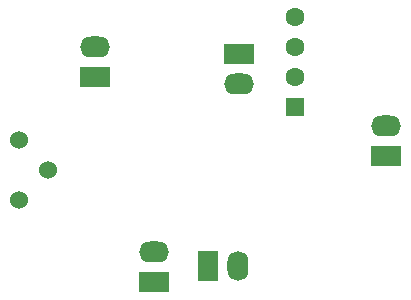
<source format=gbl>
G04*
G04 #@! TF.GenerationSoftware,Altium Limited,Altium Designer,23.11.1 (41)*
G04*
G04 Layer_Physical_Order=2*
G04 Layer_Color=16711680*
%FSLAX44Y44*%
%MOMM*%
G71*
G04*
G04 #@! TF.SameCoordinates,9B078A48-8F01-46FD-BB7B-D1DAEF03546D*
G04*
G04*
G04 #@! TF.FilePolarity,Positive*
G04*
G01*
G75*
%ADD36O,2.5400X1.7780*%
%ADD37R,2.5400X1.7780*%
%ADD38C,1.5240*%
%ADD39C,1.6000*%
%ADD40R,1.6000X1.6000*%
%ADD41O,1.7780X2.5400*%
%ADD42R,1.7780X2.5400*%
D36*
X243840Y201930D02*
D03*
X121920Y233680D02*
D03*
X171450Y59690D02*
D03*
X368300Y166370D02*
D03*
D37*
X243840Y227330D02*
D03*
X121920Y208280D02*
D03*
X171450Y34290D02*
D03*
X368300Y140970D02*
D03*
D38*
X57150Y154940D02*
D03*
X82296Y129286D02*
D03*
X57404Y103886D02*
D03*
D39*
X290830Y259080D02*
D03*
Y233680D02*
D03*
Y208280D02*
D03*
D40*
Y182880D02*
D03*
D41*
X242570Y48260D02*
D03*
D42*
X217170D02*
D03*
M02*

</source>
